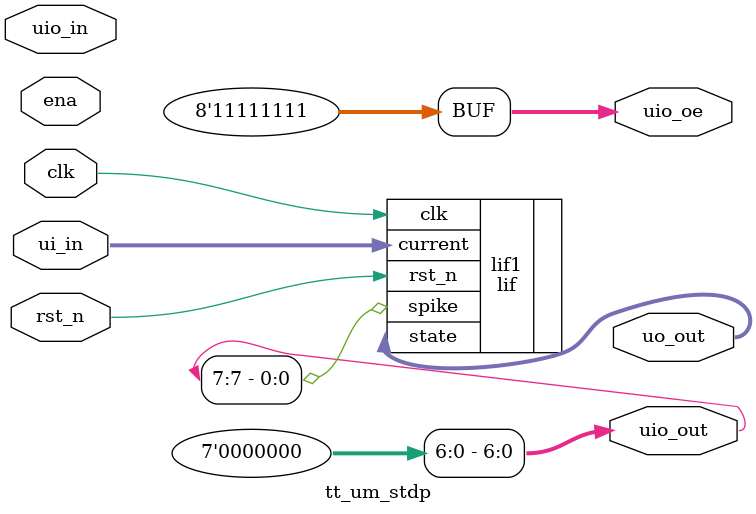
<source format=v>
`default_nettype none

module tt_um_stdp (
    input  wire [7:0] ui_in,    // Dedicated inputs - connected to the input switches
    output wire [7:0] uo_out,   // Dedicated outputs - connected to the 7 segment display
    input  wire [7:0] uio_in,   // IOs: Bidirectional Input path
    output wire [7:0] uio_out,  // IOs: Bidirectional Output path
    output wire [7:0] uio_oe,   // IOs: Bidirectional Enable path (active high: 0=input, 1=output)
    input  wire       ena,      // will go high when the design is enabled
    input  wire       clk,      // clock
    input  wire       rst_n     // reset_n - low to reset
);

// stuff for LIF

// use bidirectionals as outputs
assign uio_oe = 8'b11111111;
assign uio_out[6:0] = 6'd0;

// instantiate lif neuron
lif lif1(.current(ui_in), .clk(clk), .rst_n(rst_n), .spike(uio_out[7]), .state(uo_out));

// instantiate stdp
//stdp stdp1(.current(ui_in), .clk(clk), .rst_n(rst_n), .spike(uio_out[7]), .state(uo_out));

endmodule
</source>
